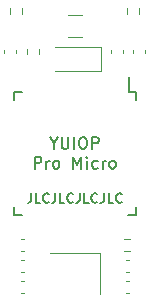
<source format=gbr>
%TF.GenerationSoftware,KiCad,Pcbnew,(5.1.9)-1*%
%TF.CreationDate,2021-03-22T03:11:48+09:00*%
%TF.ProjectId,yuiopPM,7975696f-7050-44d2-9e6b-696361645f70,1*%
%TF.SameCoordinates,Original*%
%TF.FileFunction,Legend,Top*%
%TF.FilePolarity,Positive*%
%FSLAX46Y46*%
G04 Gerber Fmt 4.6, Leading zero omitted, Abs format (unit mm)*
G04 Created by KiCad (PCBNEW (5.1.9)-1) date 2021-03-22 03:11:48*
%MOMM*%
%LPD*%
G01*
G04 APERTURE LIST*
%ADD10C,0.150000*%
%ADD11C,0.120000*%
G04 APERTURE END LIST*
D10*
X143624761Y-116909904D02*
X143624761Y-117481333D01*
X143586666Y-117595619D01*
X143510476Y-117671809D01*
X143396190Y-117709904D01*
X143320000Y-117709904D01*
X144386666Y-117709904D02*
X144005714Y-117709904D01*
X144005714Y-116909904D01*
X145110476Y-117633714D02*
X145072380Y-117671809D01*
X144958095Y-117709904D01*
X144881904Y-117709904D01*
X144767619Y-117671809D01*
X144691428Y-117595619D01*
X144653333Y-117519428D01*
X144615238Y-117367047D01*
X144615238Y-117252761D01*
X144653333Y-117100380D01*
X144691428Y-117024190D01*
X144767619Y-116948000D01*
X144881904Y-116909904D01*
X144958095Y-116909904D01*
X145072380Y-116948000D01*
X145110476Y-116986095D01*
X145681904Y-116909904D02*
X145681904Y-117481333D01*
X145643809Y-117595619D01*
X145567619Y-117671809D01*
X145453333Y-117709904D01*
X145377142Y-117709904D01*
X146443809Y-117709904D02*
X146062857Y-117709904D01*
X146062857Y-116909904D01*
X147167619Y-117633714D02*
X147129523Y-117671809D01*
X147015238Y-117709904D01*
X146939047Y-117709904D01*
X146824761Y-117671809D01*
X146748571Y-117595619D01*
X146710476Y-117519428D01*
X146672380Y-117367047D01*
X146672380Y-117252761D01*
X146710476Y-117100380D01*
X146748571Y-117024190D01*
X146824761Y-116948000D01*
X146939047Y-116909904D01*
X147015238Y-116909904D01*
X147129523Y-116948000D01*
X147167619Y-116986095D01*
X147739047Y-116909904D02*
X147739047Y-117481333D01*
X147700952Y-117595619D01*
X147624761Y-117671809D01*
X147510476Y-117709904D01*
X147434285Y-117709904D01*
X148500952Y-117709904D02*
X148120000Y-117709904D01*
X148120000Y-116909904D01*
X149224761Y-117633714D02*
X149186666Y-117671809D01*
X149072380Y-117709904D01*
X148996190Y-117709904D01*
X148881904Y-117671809D01*
X148805714Y-117595619D01*
X148767619Y-117519428D01*
X148729523Y-117367047D01*
X148729523Y-117252761D01*
X148767619Y-117100380D01*
X148805714Y-117024190D01*
X148881904Y-116948000D01*
X148996190Y-116909904D01*
X149072380Y-116909904D01*
X149186666Y-116948000D01*
X149224761Y-116986095D01*
X149796190Y-116909904D02*
X149796190Y-117481333D01*
X149758095Y-117595619D01*
X149681904Y-117671809D01*
X149567619Y-117709904D01*
X149491428Y-117709904D01*
X150558095Y-117709904D02*
X150177142Y-117709904D01*
X150177142Y-116909904D01*
X151281904Y-117633714D02*
X151243809Y-117671809D01*
X151129523Y-117709904D01*
X151053333Y-117709904D01*
X150939047Y-117671809D01*
X150862857Y-117595619D01*
X150824761Y-117519428D01*
X150786666Y-117367047D01*
X150786666Y-117252761D01*
X150824761Y-117100380D01*
X150862857Y-117024190D01*
X150939047Y-116948000D01*
X151053333Y-116909904D01*
X151129523Y-116909904D01*
X151243809Y-116948000D01*
X151281904Y-116986095D01*
X145534285Y-112689190D02*
X145534285Y-113165380D01*
X145200952Y-112165380D02*
X145534285Y-112689190D01*
X145867619Y-112165380D01*
X146200952Y-112165380D02*
X146200952Y-112974904D01*
X146248571Y-113070142D01*
X146296190Y-113117761D01*
X146391428Y-113165380D01*
X146581904Y-113165380D01*
X146677142Y-113117761D01*
X146724761Y-113070142D01*
X146772380Y-112974904D01*
X146772380Y-112165380D01*
X147248571Y-113165380D02*
X147248571Y-112165380D01*
X147915238Y-112165380D02*
X148105714Y-112165380D01*
X148200952Y-112213000D01*
X148296190Y-112308238D01*
X148343809Y-112498714D01*
X148343809Y-112832047D01*
X148296190Y-113022523D01*
X148200952Y-113117761D01*
X148105714Y-113165380D01*
X147915238Y-113165380D01*
X147820000Y-113117761D01*
X147724761Y-113022523D01*
X147677142Y-112832047D01*
X147677142Y-112498714D01*
X147724761Y-112308238D01*
X147820000Y-112213000D01*
X147915238Y-112165380D01*
X148772380Y-113165380D02*
X148772380Y-112165380D01*
X149153333Y-112165380D01*
X149248571Y-112213000D01*
X149296190Y-112260619D01*
X149343809Y-112355857D01*
X149343809Y-112498714D01*
X149296190Y-112593952D01*
X149248571Y-112641571D01*
X149153333Y-112689190D01*
X148772380Y-112689190D01*
X143915238Y-114815380D02*
X143915238Y-113815380D01*
X144296190Y-113815380D01*
X144391428Y-113863000D01*
X144439047Y-113910619D01*
X144486666Y-114005857D01*
X144486666Y-114148714D01*
X144439047Y-114243952D01*
X144391428Y-114291571D01*
X144296190Y-114339190D01*
X143915238Y-114339190D01*
X144915238Y-114815380D02*
X144915238Y-114148714D01*
X144915238Y-114339190D02*
X144962857Y-114243952D01*
X145010476Y-114196333D01*
X145105714Y-114148714D01*
X145200952Y-114148714D01*
X145677142Y-114815380D02*
X145581904Y-114767761D01*
X145534285Y-114720142D01*
X145486666Y-114624904D01*
X145486666Y-114339190D01*
X145534285Y-114243952D01*
X145581904Y-114196333D01*
X145677142Y-114148714D01*
X145820000Y-114148714D01*
X145915238Y-114196333D01*
X145962857Y-114243952D01*
X146010476Y-114339190D01*
X146010476Y-114624904D01*
X145962857Y-114720142D01*
X145915238Y-114767761D01*
X145820000Y-114815380D01*
X145677142Y-114815380D01*
X147200952Y-114815380D02*
X147200952Y-113815380D01*
X147534285Y-114529666D01*
X147867619Y-113815380D01*
X147867619Y-114815380D01*
X148343809Y-114815380D02*
X148343809Y-114148714D01*
X148343809Y-113815380D02*
X148296190Y-113863000D01*
X148343809Y-113910619D01*
X148391428Y-113863000D01*
X148343809Y-113815380D01*
X148343809Y-113910619D01*
X149248571Y-114767761D02*
X149153333Y-114815380D01*
X148962857Y-114815380D01*
X148867619Y-114767761D01*
X148820000Y-114720142D01*
X148772380Y-114624904D01*
X148772380Y-114339190D01*
X148820000Y-114243952D01*
X148867619Y-114196333D01*
X148962857Y-114148714D01*
X149153333Y-114148714D01*
X149248571Y-114196333D01*
X149677142Y-114815380D02*
X149677142Y-114148714D01*
X149677142Y-114339190D02*
X149724761Y-114243952D01*
X149772380Y-114196333D01*
X149867619Y-114148714D01*
X149962857Y-114148714D01*
X150439047Y-114815380D02*
X150343809Y-114767761D01*
X150296190Y-114720142D01*
X150248571Y-114624904D01*
X150248571Y-114339190D01*
X150296190Y-114243952D01*
X150343809Y-114196333D01*
X150439047Y-114148714D01*
X150581904Y-114148714D01*
X150677142Y-114196333D01*
X150724761Y-114243952D01*
X150772380Y-114339190D01*
X150772380Y-114624904D01*
X150724761Y-114720142D01*
X150677142Y-114767761D01*
X150581904Y-114815380D01*
X150439047Y-114815380D01*
D11*
%TO.C,X1*%
X149420000Y-125448000D02*
X149420000Y-121948000D01*
X149420000Y-121948000D02*
X145220000Y-121948000D01*
D10*
%TO.C,U1*%
X152495000Y-108363000D02*
X151920000Y-108363000D01*
X152495000Y-118713000D02*
X151820000Y-118713000D01*
X142145000Y-118713000D02*
X142820000Y-118713000D01*
X142145000Y-108363000D02*
X142820000Y-108363000D01*
X152495000Y-108363000D02*
X152495000Y-109038000D01*
X142145000Y-108363000D02*
X142145000Y-109038000D01*
X142145000Y-118713000D02*
X142145000Y-118038000D01*
X152495000Y-118713000D02*
X152495000Y-118038000D01*
X151920000Y-108363000D02*
X151920000Y-107088000D01*
D11*
%TO.C,R4*%
X151750500Y-101710258D02*
X151750500Y-101235742D01*
X152795500Y-101710258D02*
X152795500Y-101235742D01*
%TO.C,R3*%
X141844500Y-101710258D02*
X141844500Y-101235742D01*
X142889500Y-101710258D02*
X142889500Y-101235742D01*
%TO.C,R2*%
X151527742Y-120762500D02*
X152002258Y-120762500D01*
X151527742Y-121807500D02*
X152002258Y-121807500D01*
%TO.C,R1*%
X144286500Y-104664742D02*
X144286500Y-105139258D01*
X143241500Y-104664742D02*
X143241500Y-105139258D01*
%TO.C,F1*%
X146717936Y-101833000D02*
X147922064Y-101833000D01*
X146717936Y-103653000D02*
X147922064Y-103653000D01*
%TO.C,C8*%
X151386000Y-104761420D02*
X151386000Y-105042580D01*
X150366000Y-104761420D02*
X150366000Y-105042580D01*
%TO.C,C7*%
X152271000Y-105042580D02*
X152271000Y-104761420D01*
X153291000Y-105042580D02*
X153291000Y-104761420D01*
%TO.C,C6*%
X141349000Y-105042580D02*
X141349000Y-104761420D01*
X142369000Y-105042580D02*
X142369000Y-104761420D01*
%TO.C,C5*%
X151905580Y-123573000D02*
X151624420Y-123573000D01*
X151905580Y-122553000D02*
X151624420Y-122553000D01*
%TO.C,C4*%
X143015580Y-123573000D02*
X142734420Y-123573000D01*
X143015580Y-122553000D02*
X142734420Y-122553000D01*
%TO.C,C3*%
X143015580Y-121795000D02*
X142734420Y-121795000D01*
X143015580Y-120775000D02*
X142734420Y-120775000D01*
%TO.C,C2*%
X143015580Y-125351000D02*
X142734420Y-125351000D01*
X143015580Y-124331000D02*
X142734420Y-124331000D01*
%TO.C,C1*%
X151624420Y-124331000D02*
X151905580Y-124331000D01*
X151624420Y-125351000D02*
X151905580Y-125351000D01*
%TO.C,D1*%
X149570000Y-106537000D02*
X149570000Y-104537000D01*
X149570000Y-104537000D02*
X145670000Y-104537000D01*
X149570000Y-106537000D02*
X145670000Y-106537000D01*
%TD*%
M02*

</source>
